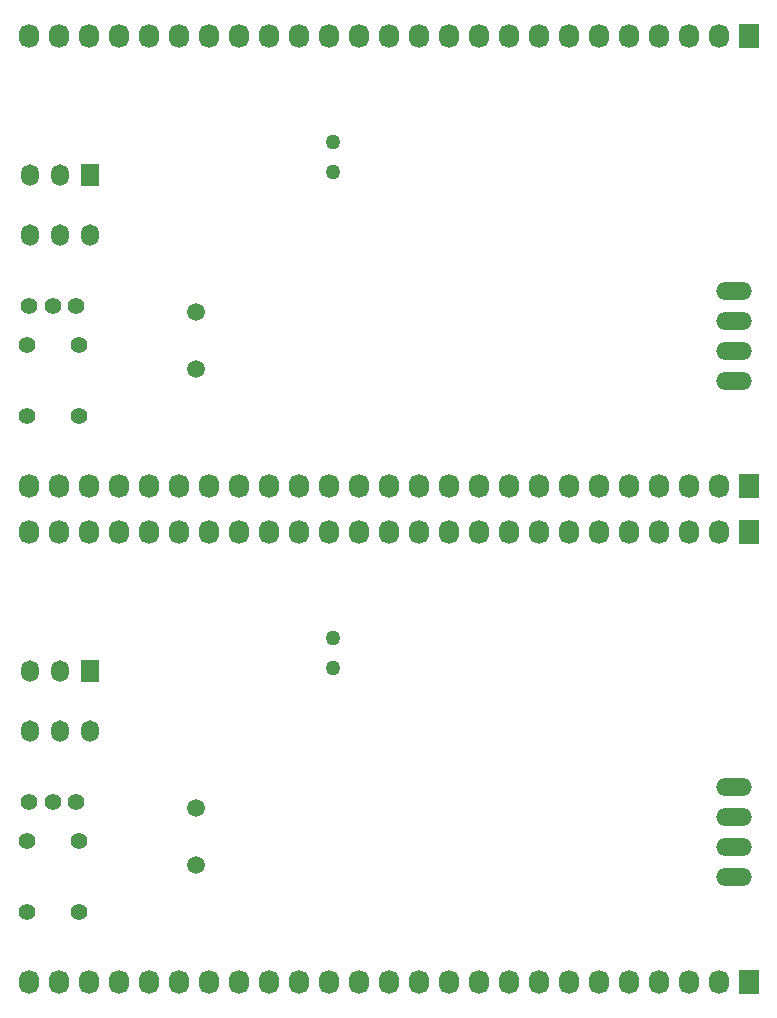
<source format=gbs>
G04 #@! TF.FileFunction,Soldermask,Bot*
%FSLAX46Y46*%
G04 Gerber Fmt 4.6, Leading zero omitted, Abs format (unit mm)*
G04 Created by KiCad (PCBNEW 4.0.7-e2-6376~58~ubuntu14.04.1) date Sat Jan 20 12:50:39 2018*
%MOMM*%
%LPD*%
G01*
G04 APERTURE LIST*
%ADD10C,0.100000*%
%ADD11R,1.524000X1.824000*%
%ADD12O,1.524000X1.824000*%
%ADD13C,1.400000*%
%ADD14O,3.014980X1.506220*%
%ADD15C,1.270000*%
%ADD16C,1.397000*%
%ADD17R,1.727200X2.032000*%
%ADD18O,1.727200X2.032000*%
%ADD19C,1.501140*%
G04 APERTURE END LIST*
D10*
D11*
X122000000Y-46000000D03*
D12*
X122000000Y-51080000D03*
X119460000Y-46000000D03*
X119460000Y-51080000D03*
X116920000Y-46000000D03*
X116920000Y-51080000D03*
D13*
X120870000Y-57060000D03*
X118870000Y-57060000D03*
X116870000Y-57060000D03*
D14*
X176530000Y-55790000D03*
X176530000Y-63410000D03*
X176530000Y-60870000D03*
X176530000Y-58330000D03*
D15*
X142600000Y-45770000D03*
X142600000Y-43230000D03*
D16*
X116690000Y-60420000D03*
X121090000Y-60420000D03*
X116690000Y-66420000D03*
X121090000Y-66420000D03*
D17*
X177800000Y-72300000D03*
D18*
X175260000Y-72300000D03*
X172720000Y-72300000D03*
X170180000Y-72300000D03*
X167640000Y-72300000D03*
X165100000Y-72300000D03*
X162560000Y-72300000D03*
X160020000Y-72300000D03*
X157480000Y-72300000D03*
X154940000Y-72300000D03*
X152400000Y-72300000D03*
X149860000Y-72300000D03*
X147320000Y-72300000D03*
X144780000Y-72300000D03*
X142240000Y-72300000D03*
X139700000Y-72300000D03*
X137160000Y-72300000D03*
X134620000Y-72300000D03*
X132080000Y-72300000D03*
X129540000Y-72300000D03*
X127000000Y-72300000D03*
X124460000Y-72300000D03*
X121920000Y-72300000D03*
X119380000Y-72300000D03*
X116840000Y-72300000D03*
D17*
X177800000Y-34200000D03*
D18*
X175260000Y-34200000D03*
X172720000Y-34200000D03*
X170180000Y-34200000D03*
X167640000Y-34200000D03*
X165100000Y-34200000D03*
X162560000Y-34200000D03*
X160020000Y-34200000D03*
X157480000Y-34200000D03*
X154940000Y-34200000D03*
X152400000Y-34200000D03*
X149860000Y-34200000D03*
X147320000Y-34200000D03*
X144780000Y-34200000D03*
X142240000Y-34200000D03*
X139700000Y-34200000D03*
X137160000Y-34200000D03*
X134620000Y-34200000D03*
X132080000Y-34200000D03*
X129540000Y-34200000D03*
X127000000Y-34200000D03*
X124460000Y-34200000D03*
X121920000Y-34200000D03*
X119380000Y-34200000D03*
X116840000Y-34200000D03*
D19*
X131000000Y-57559060D03*
X131000000Y-62440940D03*
X131000000Y-99559060D03*
X131000000Y-104440940D03*
D17*
X177800000Y-76200000D03*
D18*
X175260000Y-76200000D03*
X172720000Y-76200000D03*
X170180000Y-76200000D03*
X167640000Y-76200000D03*
X165100000Y-76200000D03*
X162560000Y-76200000D03*
X160020000Y-76200000D03*
X157480000Y-76200000D03*
X154940000Y-76200000D03*
X152400000Y-76200000D03*
X149860000Y-76200000D03*
X147320000Y-76200000D03*
X144780000Y-76200000D03*
X142240000Y-76200000D03*
X139700000Y-76200000D03*
X137160000Y-76200000D03*
X134620000Y-76200000D03*
X132080000Y-76200000D03*
X129540000Y-76200000D03*
X127000000Y-76200000D03*
X124460000Y-76200000D03*
X121920000Y-76200000D03*
X119380000Y-76200000D03*
X116840000Y-76200000D03*
D17*
X177800000Y-114300000D03*
D18*
X175260000Y-114300000D03*
X172720000Y-114300000D03*
X170180000Y-114300000D03*
X167640000Y-114300000D03*
X165100000Y-114300000D03*
X162560000Y-114300000D03*
X160020000Y-114300000D03*
X157480000Y-114300000D03*
X154940000Y-114300000D03*
X152400000Y-114300000D03*
X149860000Y-114300000D03*
X147320000Y-114300000D03*
X144780000Y-114300000D03*
X142240000Y-114300000D03*
X139700000Y-114300000D03*
X137160000Y-114300000D03*
X134620000Y-114300000D03*
X132080000Y-114300000D03*
X129540000Y-114300000D03*
X127000000Y-114300000D03*
X124460000Y-114300000D03*
X121920000Y-114300000D03*
X119380000Y-114300000D03*
X116840000Y-114300000D03*
D16*
X116690000Y-102420000D03*
X121090000Y-102420000D03*
X116690000Y-108420000D03*
X121090000Y-108420000D03*
D15*
X142600000Y-87770000D03*
X142600000Y-85230000D03*
D14*
X176530000Y-97790000D03*
X176530000Y-105410000D03*
X176530000Y-102870000D03*
X176530000Y-100330000D03*
D13*
X120870000Y-99060000D03*
X118870000Y-99060000D03*
X116870000Y-99060000D03*
D11*
X122000000Y-88000000D03*
D12*
X122000000Y-93080000D03*
X119460000Y-88000000D03*
X119460000Y-93080000D03*
X116920000Y-88000000D03*
X116920000Y-93080000D03*
M02*

</source>
